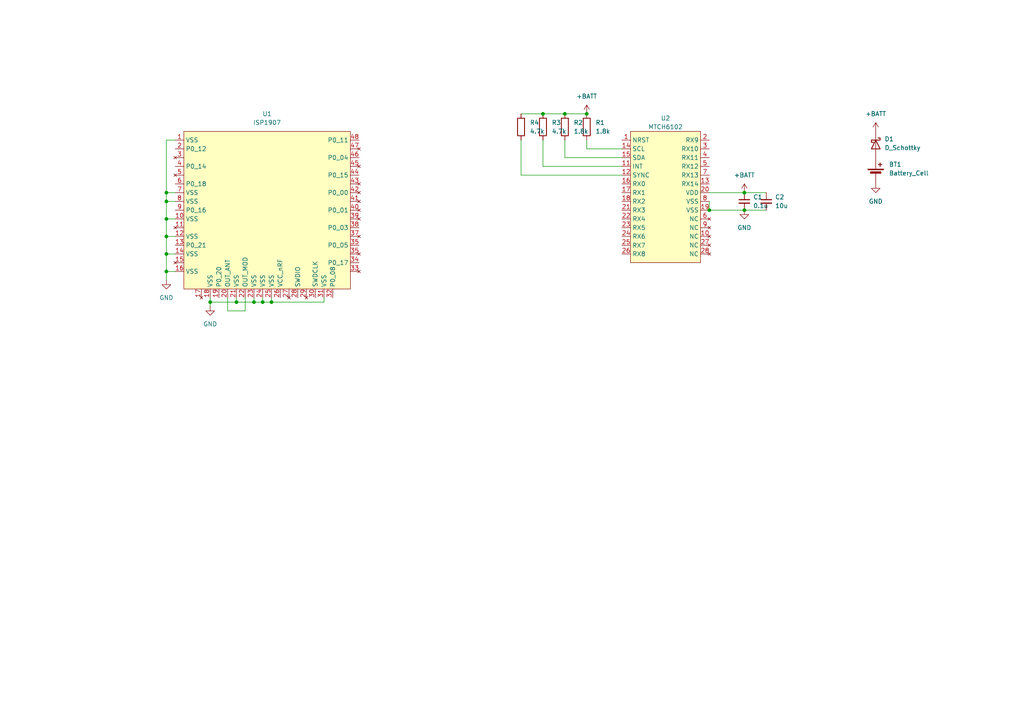
<source format=kicad_sch>
(kicad_sch (version 20231120) (generator "eeschema") (generator_version "8.0")
  (paper "A4")
  (title_block (title "Card") (date "2025-04-23"))
  (lib_symbols
    (symbol "Device:Battery_Cell" (pin_numbers hide) (pin_names (offset 0) hide)
      (property "Reference" "BT" (at 2.54 2.54 0))
      (property "Value" "Battery_Cell" (at 2.54 0 0))
      (symbol "Battery_Cell_0_1"
        (rectangle (start -2.286 1.778) (end 2.286 1.524) (fill (type outline)))
        (rectangle (start -1.524 1.016) (end 1.524 0.508) (fill (type outline)))
        (polyline (pts (xy 0 0.762) (xy 0 0)))
        (polyline (pts (xy 0 1.778) (xy 0 2.54)))
        (polyline (pts (xy 0.762 3.048) (xy 1.778 3.048)) (stroke (width 0.254)))
        (polyline (pts (xy 1.27 3.556) (xy 1.27 2.54)) (stroke (width 0.254)))
      )
      (symbol "Battery_Cell_1_1"
        (pin passive line (at 0 5.08 270) (length 2.54) (name "+") (number "1"))
        (pin passive line (at 0 -2.54 90) (length 2.54) (name "-") (number "2"))
      )
    )
    (symbol "Device:C_Small" (pin_numbers hide) (pin_names (offset 0.254) hide)
      (property "Reference" "C" (at 0.254 1.778 0))
      (property "Value" "C_Small" (at 0.254 -2.032 0))
      (symbol "C_Small_0_1"
        (polyline (pts (xy -1.524 -0.508) (xy 1.524 -0.508)) (stroke (width 0.3302)))
        (polyline (pts (xy -1.524 0.508) (xy 1.524 0.508)) (stroke (width 0.3048)))
      )
      (symbol "C_Small_1_1"
        (pin passive line (at 0 2.54 270) (length 2.032) (name "~") (number "1"))
        (pin passive line (at 0 -2.54 90) (length 2.032) (name "~") (number "2"))
      )
    )
    (symbol "Device:D_Schottky" (pin_numbers hide) (pin_names (offset 1.016) hide)
      (property "Reference" "D" (at 0 2.54 0))
      (property "Value" "D_Schottky" (at 0 -2.54 0))
      (symbol "D_Schottky_0_1"
        (polyline (pts (xy 1.27 0) (xy -1.27 0)))
        (polyline (pts (xy 1.27 1.27) (xy 1.27 -1.27) (xy -1.27 0) (xy 1.27 1.27)) (stroke (width 0.254)))
        (polyline (pts (xy -1.905 0.635) (xy -1.905 1.27) (xy -1.27 1.27) (xy -1.27 -1.27) (xy -0.635 -1.27) (xy -0.635 -0.635)) (stroke (width 0.254)))
      )
      (symbol "D_Schottky_1_1"
        (pin passive line (at -3.81 0 0) (length 2.54) (name "K") (number "1"))
        (pin passive line (at 3.81 0 180) (length 2.54) (name "A") (number "2"))
      )
    )
    (symbol "Device:R" (pin_numbers hide) (pin_names (offset 0))
      (property "Reference" "R" (at 2.032 0 90))
      (property "Value" "R" (at 0 0 90))
      (symbol "R_0_1"
        (rectangle (start -1.016 -2.54) (end 1.016 2.54) (stroke (width 0.254)))
      )
      (symbol "R_1_1"
        (pin passive line (at 0 3.81 270) (length 1.27) (name "~") (number "1"))
        (pin passive line (at 0 -3.81 90) (length 1.27) (name "~") (number "2"))
      )
    )
    (symbol "RF_Bluetooth:ISP1907"
      (property "Reference" "U" (at -0.508 2.54 0))
      (property "Value" "ISP1907" (at -0.508 0 0))
      (symbol "ISP1907_1_1"
        (rectangle (start -24.13 17.78) (end 24.13 -27.94) (fill (type background)))
        (pin power_in line (at -26.67 15.24 0) (length 2.54) (name "VSS") (number "1"))
        (pin power_in line (at -26.67 -7.62 0) (length 2.54) (name "VSS") (number "10"))
        (pin no_connect line (at -26.67 -10.16 0) (length 2.54) (name "") (number "11"))
        (pin power_in line (at -26.67 -12.7 0) (length 2.54) (name "VSS") (number "12"))
        (pin bidirectional line (at -26.67 -15.24 0) (length 2.54) (name "P0_21") (number "13"))
        (pin power_in line (at -26.67 -17.78 0) (length 2.54) (name "VSS") (number "14"))
        (pin no_connect line (at -26.67 -20.32 0) (length 2.54) (name "") (number "15"))
        (pin power_in line (at -26.67 -22.86 0) (length 2.54) (name "VSS") (number "16"))
        (pin no_connect line (at -19.05 -30.48 90) (length 2.54) (name "") (number "17"))
        (pin power_in line (at -16.51 -30.48 90) (length 2.54) (name "VSS") (number "18"))
        (pin bidirectional line (at -13.97 -30.48 90) (length 2.54) (name "P0_20") (number "19"))
        (pin bidirectional line (at -26.67 12.7 0) (length 2.54) (name "P0_12") (number "2"))
        (pin bidirectional line (at -11.43 -30.48 90) (length 2.54) (name "OUT_ANT") (number "20"))
        (pin power_in line (at -8.89 -30.48 90) (length 2.54) (name "VSS") (number "21"))
        (pin bidirectional line (at -6.35 -30.48 90) (length 2.54) (name "OUT_MOD") (number "22"))
        (pin power_in line (at -3.81 -30.48 90) (length 2.54) (name "VSS") (number "23"))
        (pin power_in line (at -1.27 -30.48 90) (length 2.54) (name "VSS") (number "24"))
        (pin power_in line (at 1.27 -30.48 90) (length 2.54) (name "VSS") (number "25"))
        (pin power_in line (at 3.81 -30.48 90) (length 2.54) (name "VCC_nRF") (number "26"))
        (pin no_connect line (at 6.35 -30.48 90) (length 2.54) (name "") (number "27"))
        (pin bidirectional line (at 8.89 -30.48 90) (length 2.54) (name "SWDIO") (number "28"))
        (pin no_connect line (at 11.43 -30.48 90) (length 2.54) (name "") (number "29"))
        (pin no_connect line (at -26.67 10.16 0) (length 2.54) (name "") (number "3"))
        (pin input line (at 13.97 -30.48 90) (length 2.54) (name "SWDCLK") (number "30"))
        (pin power_in line (at 16.51 -30.48 90) (length 2.54) (name "VSS") (number "31"))
        (pin bidirectional line (at 19.05 -30.48 90) (length 2.54) (name "P0_08") (number "32"))
        (pin no_connect line (at 26.67 -22.86 180) (length 2.54) (name "") (number "33"))
        (pin bidirectional line (at 26.67 -20.32 180) (length 2.54) (name "P0_17") (number "34"))
        (pin no_connect line (at 26.67 -17.78 180) (length 2.54) (name "") (number "35"))
        (pin bidirectional line (at 26.67 -15.24 180) (length 2.54) (name "P0_05") (number "35"))
        (pin no_connect line (at 26.67 -12.7 180) (length 2.54) (name "") (number "37"))
        (pin bidirectional line (at 26.67 -10.16 180) (length 2.54) (name "P0_03") (number "38"))
        (pin no_connect line (at 26.67 -7.62 180) (length 2.54) (name "") (number "39"))
        (pin bidirectional line (at -26.67 7.62 0) (length 2.54) (name "P0_14") (number "4"))
        (pin no_connect line (at 26.67 -5.08 180) (length 2.54) (name "P0_01") (number "40"))
        (pin no_connect line (at 26.67 -2.54 180) (length 2.54) (name "") (number "41"))
        (pin no_connect line (at 26.67 0 180) (length 2.54) (name "P0_00") (number "42"))
        (pin no_connect line (at 26.67 2.54 180) (length 2.54) (name "") (number "43"))
        (pin bidirectional line (at 26.67 5.08 180) (length 2.54) (name "P0_15") (number "44"))
        (pin no_connect line (at 26.67 7.62 180) (length 2.54) (name "") (number "45"))
        (pin bidirectional line (at 26.67 10.16 180) (length 2.54) (name "P0_04") (number "46"))
        (pin no_connect line (at 26.67 12.7 180) (length 2.54) (name "") (number "47"))
        (pin bidirectional line (at 26.67 15.24 180) (length 2.54) (name "P0_11") (number "48"))
        (pin no_connect line (at -26.67 5.08 0) (length 2.54) (name "") (number "5"))
        (pin bidirectional line (at -26.67 2.54 0) (length 2.54) (name "P0_18") (number "6"))
        (pin power_in line (at -26.67 0 0) (length 2.54) (name "VSS") (number "7"))
        (pin power_in line (at -26.67 -2.54 0) (length 2.54) (name "VSS") (number "8"))
        (pin bidirectional line (at -26.67 -5.08 0) (length 2.54) (name "P0_16") (number "9"))
      )
    )
    (symbol "Sensor_Touch:MTCH6102"
      (property "Reference" "U" (at 0 0 0))
      (property "Value" "MTCH6102" (at 0 -2.286 0))
      (symbol "MTCH6102_1_1"
        (rectangle (start -10.16 15.24) (end 10.16 -22.86) (fill (type background)))
        (pin input line (at -12.7 12.7 0) (length 2.54) (name "NRST") (number "1"))
        (pin no_connect line (at 12.7 -15.24 180) (length 2.54) (name "NC") (number "10"))
        (pin output line (at -12.7 5.08 0) (length 2.54) (name "INT") (number "11"))
        (pin output line (at -12.7 2.54 0) (length 2.54) (name "SYNC") (number "12"))
        (pin bidirectional line (at 12.7 0 180) (length 2.54) (name "RX14") (number "13"))
        (pin bidirectional line (at -12.7 10.16 0) (length 2.54) (name "SCL") (number "14"))
        (pin bidirectional line (at -12.7 7.62 0) (length 2.54) (name "SDA") (number "15"))
        (pin bidirectional line (at -12.7 0 0) (length 2.54) (name "RX0") (number "16"))
        (pin bidirectional line (at -12.7 -2.54 0) (length 2.54) (name "RX1") (number "17"))
        (pin bidirectional line (at -12.7 -5.08 0) (length 2.54) (name "RX2") (number "18"))
        (pin power_in line (at 12.7 -7.62 180) (length 2.54) (name "VSS") (number "19"))
        (pin bidirectional line (at 12.7 12.7 180) (length 2.54) (name "RX9") (number "2"))
        (pin power_in line (at 12.7 -2.54 180) (length 2.54) (name "VDD") (number "20"))
        (pin bidirectional line (at -12.7 -7.62 0) (length 2.54) (name "RX3") (number "21"))
        (pin bidirectional line (at -12.7 -10.16 0) (length 2.54) (name "RX4") (number "22"))
        (pin bidirectional line (at -12.7 -12.7 0) (length 2.54) (name "RX5") (number "23"))
        (pin bidirectional line (at -12.7 -15.24 0) (length 2.54) (name "RX6") (number "24"))
        (pin bidirectional line (at -12.7208 -17.8593 0) (length 2.54) (name "RX7") (number "25"))
        (pin bidirectional line (at -12.7 -20.32 0) (length 2.54) (name "RX8") (number "26"))
        (pin no_connect line (at 12.7 -17.78 180) (length 2.54) (name "NC") (number "27"))
        (pin no_connect line (at 12.7 -20.32 180) (length 2.54) (name "NC") (number "28"))
        (pin bidirectional line (at 12.7 10.16 180) (length 2.54) (name "RX10") (number "3"))
        (pin bidirectional line (at 12.7 7.62 180) (length 2.54) (name "RX11") (number "4"))
        (pin bidirectional line (at 12.7 5.08 180) (length 2.54) (name "RX12") (number "5"))
        (pin no_connect line (at 12.7 -10.16 180) (length 2.54) (name "NC") (number "6"))
        (pin bidirectional line (at 12.7 2.54 180) (length 2.54) (name "RX13") (number "7"))
        (pin power_in line (at 12.7 -5.08 180) (length 2.54) (name "VSS") (number "8"))
        (pin no_connect line (at 12.7 -12.7 180) (length 2.54) (name "NC") (number "9"))
      )
    )
    (symbol "power:+BATT" (power) (pin_numbers hide) (pin_names (offset 0) hide)
      (property "Value" "+BATT" (at 0 3.556 0))
      (symbol "+BATT_0_1"
        (polyline (pts (xy -0.762 1.27) (xy 0 2.54)))
        (polyline (pts (xy 0 0) (xy 0 2.54)))
        (polyline (pts (xy 0 2.54) (xy 0.762 1.27)))
      )
      (symbol "+BATT_1_1"
        (pin power_in line (at 0 0 90) (length 0) (name "~") (number "1"))
      )
    )
    (symbol "power:GND" (power) (pin_numbers hide) (pin_names (offset 0) hide)
      (property "Value" "GND" (at 0 -3.81 0))
      (symbol "GND_0_1"
        (polyline (pts (xy 0 0) (xy 0 -1.27) (xy 1.27 -1.27) (xy 0 -2.54) (xy -1.27 -1.27) (xy 0 -1.27)))
      )
      (symbol "GND_1_1"
        (pin power_in line (at 0 0 270) (length 0) (name "~") (number "1"))
      )
    )
  )
  (junction (at 48.26 58.42))
  (junction (at 48.26 55.88))
  (junction (at 157.48 33.02))
  (junction (at 215.9 55.88))
  (junction (at 68.58 87.63))
  (junction (at 48.26 73.66))
  (junction (at 78.74 87.63))
  (junction (at 48.26 68.58))
  (junction (at 48.26 78.74))
  (junction (at 76.2 87.63))
  (junction (at 205.74 60.96))
  (junction (at 73.66 87.63))
  (junction (at 60.96 87.63))
  (junction (at 215.9 60.96))
  (junction (at 163.83 33.02))
  (junction (at 170.18 33.02))
  (junction (at 48.26 63.5))
  (wire (pts (xy 151.13 33.02) (xy 157.48 33.02)))
  (wire (pts (xy 151.13 50.8) (xy 151.13 40.64)))
  (wire (pts (xy 157.48 33.02) (xy 163.83 33.02)))
  (wire (pts (xy 93.98 86.36) (xy 93.98 87.63)))
  (wire (pts (xy 205.74 55.88) (xy 215.9 55.88)))
  (wire (pts (xy 68.58 86.36) (xy 68.58 87.63)))
  (wire (pts (xy 48.26 40.64) (xy 48.26 55.88)))
  (wire (pts (xy 78.74 86.36) (xy 78.74 87.63)))
  (wire (pts (xy 48.26 58.42) (xy 48.26 63.5)))
  (wire (pts (xy 215.9 55.88) (xy 222.25 55.88)))
  (wire (pts (xy 66.04 90.17) (xy 71.12 90.17)))
  (wire (pts (xy 180.34 50.8) (xy 151.13 50.8)))
  (wire (pts (xy 48.26 58.42) (xy 50.8 58.42)))
  (wire (pts (xy 48.26 68.58) (xy 48.26 73.66)))
  (wire (pts (xy 170.18 43.18) (xy 180.34 43.18)))
  (wire (pts (xy 50.8 68.58) (xy 48.26 68.58)))
  (wire (pts (xy 60.96 87.63) (xy 60.96 88.9)))
  (wire (pts (xy 48.26 81.28) (xy 48.26 78.74)))
  (wire (pts (xy 50.8 63.5) (xy 48.26 63.5)))
  (wire (pts (xy 71.12 90.17) (xy 71.12 86.36)))
  (wire (pts (xy 60.96 87.63) (xy 68.58 87.63)))
  (wire (pts (xy 180.34 48.26) (xy 157.48 48.26)))
  (wire (pts (xy 180.34 45.72) (xy 163.83 45.72)))
  (wire (pts (xy 163.83 45.72) (xy 163.83 40.64)))
  (wire (pts (xy 205.74 60.96) (xy 215.9 60.96)))
  (wire (pts (xy 73.66 86.36) (xy 73.66 87.63)))
  (wire (pts (xy 50.8 55.88) (xy 48.26 55.88)))
  (wire (pts (xy 48.26 78.74) (xy 50.8 78.74)))
  (wire (pts (xy 76.2 86.36) (xy 76.2 87.63)))
  (wire (pts (xy 76.2 87.63) (xy 73.66 87.63)))
  (wire (pts (xy 48.26 63.5) (xy 48.26 68.58)))
  (wire (pts (xy 48.26 73.66) (xy 48.26 78.74)))
  (wire (pts (xy 48.26 55.88) (xy 48.26 58.42)))
  (wire (pts (xy 78.74 87.63) (xy 76.2 87.63)))
  (wire (pts (xy 93.98 87.63) (xy 78.74 87.63)))
  (wire (pts (xy 163.83 33.02) (xy 170.18 33.02)))
  (wire (pts (xy 66.04 86.36) (xy 66.04 90.17)))
  (wire (pts (xy 50.8 73.66) (xy 48.26 73.66)))
  (wire (pts (xy 50.8 40.64) (xy 48.26 40.64)))
  (wire (pts (xy 60.96 86.36) (xy 60.96 87.63)))
  (wire (pts (xy 73.66 87.63) (xy 68.58 87.63)))
  (wire (pts (xy 205.74 58.42) (xy 205.74 60.96)))
  (wire (pts (xy 170.18 40.64) (xy 170.18 43.18)))
  (wire (pts (xy 215.9 60.96) (xy 222.25 60.96)))
  (wire (pts (xy 157.48 48.26) (xy 157.48 40.64)))
  (symbol (lib_id "power:GND") (at 60.96 88.9 0) (unit 1)
    (property "Reference" "#PWR01" (effects (hide yes)))
    (property "Value" "GND" (at 60.96 93.98 0))
    (property "Description" "Power symbol creates a global label with name \"GND\" , ground" (effects (hide yes)))
  )
  (symbol (lib_id "Device:D_Schottky") (at 254 41.91 270) (unit 1)
    (property "Reference" "D1" (at 256.54 40.3224 90) (effects (justify left)))
    (property "Value" "D_Schottky" (at 256.54 42.8624 90) (effects (justify left)))
    (property "Description" "Schottky diode" (effects (hide yes)))
  )
  (symbol (lib_id "Device:R") (at 151.13 36.83 0) (unit 1)
    (property "Reference" "R4" (at 153.67 35.5599 0) (effects (justify left)))
    (property "Value" "4.7k" (at 153.67 38.0999 0) (effects (justify left)))
    (property "Description" "Resistor" (effects (hide yes)))
  )
  (symbol (lib_id "power:+BATT") (at 254 38.1 0) (unit 1)
    (property "Reference" "#PWR03" (effects (hide yes)))
    (property "Value" "+BATT" (at 254 33.02 0))
    (property "Description" "Power symbol creates a global label with name \"+BATT\"" (effects (hide yes)))
  )
  (symbol (lib_id "Device:R") (at 163.83 36.83 0) (unit 1)
    (property "Reference" "R2" (at 166.37 35.5599 0) (effects (justify left)))
    (property "Value" "1.8k" (at 166.37 38.0999 0) (effects (justify left)))
    (property "Description" "Resistor" (effects (hide yes)))
  )
  (symbol (lib_id "power:GND") (at 215.9 60.96 0) (unit 1)
    (property "Reference" "#PWR06" (effects (hide yes)))
    (property "Value" "GND" (at 215.9 66.04 0))
    (property "Description" "Power symbol creates a global label with name \"GND\" , ground" (effects (hide yes)))
  )
  (symbol (lib_id "RF_Bluetooth:ISP1907") (at 77.47 55.88 0) (unit 1)
    (property "Reference" "U1" (at 77.47 33.02 0))
    (property "Value" "ISP1907" (at 77.47 35.56 0))
    (property "Footprint" "RF_Module:ISP1907" (effects (hide yes)))
  )
  (symbol (lib_id "power:GND") (at 48.26 81.28 0) (unit 1)
    (property "Reference" "#PWR02" (effects (hide yes)))
    (property "Value" "GND" (at 48.26 86.36 0))
    (property "Description" "Power symbol creates a global label with name \"GND\" , ground" (effects (hide yes)))
  )
  (symbol (lib_id "Sensor_Touch:MTCH6102") (at 193.04 53.34 0) (unit 1)
    (property "Reference" "U2" (at 193.0296 34.29 0))
    (property "Value" "MTCH6102" (at 193.0296 36.83 0))
    (property "Footprint" "Package_SO:SSOP-28_5.3x10.2mm_P0.65mm" (effects (hide yes)))
  )
  (symbol (lib_id "Device:C_Small") (at 222.25 58.42 0) (unit 1)
    (property "Reference" "C2" (at 224.79 57.1562 0) (effects (justify left)))
    (property "Value" "10u" (at 224.79 59.6962 0) (effects (justify left)))
    (property "Description" "Unpolarized capacitor, small symbol" (effects (hide yes)))
  )
  (symbol (lib_id "Device:C_Small") (at 215.9 58.42 0) (unit 1)
    (property "Reference" "C1" (at 218.44 57.1562 0) (effects (justify left)))
    (property "Value" "0.1u" (at 218.44 59.6962 0) (effects (justify left)))
    (property "Description" "Unpolarized capacitor, small symbol" (effects (hide yes)))
  )
  (symbol (lib_id "power:GND") (at 254 53.34 0) (unit 1)
    (property "Reference" "#PWR04" (effects (hide yes)))
    (property "Value" "GND" (at 254 58.42 0))
    (property "Description" "Power symbol creates a global label with name \"GND\" , ground" (effects (hide yes)))
  )
  (symbol (lib_id "power:+BATT") (at 170.18 33.02 0) (unit 1)
    (property "Reference" "#PWR07" (effects (hide yes)))
    (property "Value" "+BATT" (at 170.18 27.94 0))
    (property "Description" "Power symbol creates a global label with name \"+BATT\"" (effects (hide yes)))
  )
  (symbol (lib_id "Device:R") (at 157.48 36.83 0) (unit 1)
    (property "Reference" "R3" (at 160.02 35.5599 0) (effects (justify left)))
    (property "Value" "4.7k" (at 160.02 38.0999 0) (effects (justify left)))
    (property "Description" "Resistor" (effects (hide yes)))
  )
  (symbol (lib_id "Device:R") (at 170.18 36.83 0) (unit 1)
    (property "Reference" "R1" (at 172.72 35.5599 0) (effects (justify left)))
    (property "Value" "1.8k" (at 172.72 38.0999 0) (effects (justify left)))
    (property "Description" "Resistor" (effects (hide yes)))
  )
  (symbol (lib_id "power:+BATT") (at 215.9 55.88 0) (unit 1)
    (property "Reference" "#PWR05" (effects (hide yes)))
    (property "Value" "+BATT" (at 215.9 50.8 0))
    (property "Description" "Power symbol creates a global label with name \"+BATT\"" (effects (hide yes)))
  )
  (symbol (lib_id "Device:Battery_Cell") (at 254 50.8 0) (unit 1)
    (property "Reference" "BT1" (at 257.81 47.6884 0) (effects (justify left)))
    (property "Value" "Battery_Cell" (at 257.81 50.2284 0) (effects (justify left)))
    (property "Footprint" "Battery:BatteryHolder_Multicomp_BC-2001_1x2032" (effects (hide yes)))
    (property "Description" "Single-cell battery" (effects (hide yes)))
  )
)
</source>
